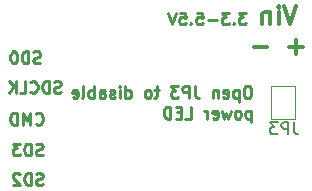
<source format=gbr>
G04 #@! TF.GenerationSoftware,KiCad,Pcbnew,5.0.2-bee76a0~70~ubuntu16.04.1*
G04 #@! TF.CreationDate,2019-08-20T13:37:51-04:00*
G04 #@! TF.ProjectId,ESP32-Zip,45535033-322d-45a6-9970-2e6b69636164,rev?*
G04 #@! TF.SameCoordinates,Original*
G04 #@! TF.FileFunction,Legend,Bot*
G04 #@! TF.FilePolarity,Positive*
%FSLAX46Y46*%
G04 Gerber Fmt 4.6, Leading zero omitted, Abs format (unit mm)*
G04 Created by KiCad (PCBNEW 5.0.2-bee76a0~70~ubuntu16.04.1) date mar. 20 août 2019 13:37:51 EDT*
%MOMM*%
%LPD*%
G01*
G04 APERTURE LIST*
%ADD10C,0.250000*%
%ADD11C,0.300000*%
%ADD12C,0.120000*%
%ADD13C,0.150000*%
G04 APERTURE END LIST*
D10*
X88061904Y-74004761D02*
X87919047Y-74052380D01*
X87680952Y-74052380D01*
X87585714Y-74004761D01*
X87538095Y-73957142D01*
X87490476Y-73861904D01*
X87490476Y-73766666D01*
X87538095Y-73671428D01*
X87585714Y-73623809D01*
X87680952Y-73576190D01*
X87871428Y-73528571D01*
X87966666Y-73480952D01*
X88014285Y-73433333D01*
X88061904Y-73338095D01*
X88061904Y-73242857D01*
X88014285Y-73147619D01*
X87966666Y-73100000D01*
X87871428Y-73052380D01*
X87633333Y-73052380D01*
X87490476Y-73100000D01*
X87061904Y-74052380D02*
X87061904Y-73052380D01*
X86823809Y-73052380D01*
X86680952Y-73100000D01*
X86585714Y-73195238D01*
X86538095Y-73290476D01*
X86490476Y-73480952D01*
X86490476Y-73623809D01*
X86538095Y-73814285D01*
X86585714Y-73909523D01*
X86680952Y-74004761D01*
X86823809Y-74052380D01*
X87061904Y-74052380D01*
X86109523Y-73147619D02*
X86061904Y-73100000D01*
X85966666Y-73052380D01*
X85728571Y-73052380D01*
X85633333Y-73100000D01*
X85585714Y-73147619D01*
X85538095Y-73242857D01*
X85538095Y-73338095D01*
X85585714Y-73480952D01*
X86157142Y-74052380D01*
X85538095Y-74052380D01*
X88061904Y-71504761D02*
X87919047Y-71552380D01*
X87680952Y-71552380D01*
X87585714Y-71504761D01*
X87538095Y-71457142D01*
X87490476Y-71361904D01*
X87490476Y-71266666D01*
X87538095Y-71171428D01*
X87585714Y-71123809D01*
X87680952Y-71076190D01*
X87871428Y-71028571D01*
X87966666Y-70980952D01*
X88014285Y-70933333D01*
X88061904Y-70838095D01*
X88061904Y-70742857D01*
X88014285Y-70647619D01*
X87966666Y-70600000D01*
X87871428Y-70552380D01*
X87633333Y-70552380D01*
X87490476Y-70600000D01*
X87061904Y-71552380D02*
X87061904Y-70552380D01*
X86823809Y-70552380D01*
X86680952Y-70600000D01*
X86585714Y-70695238D01*
X86538095Y-70790476D01*
X86490476Y-70980952D01*
X86490476Y-71123809D01*
X86538095Y-71314285D01*
X86585714Y-71409523D01*
X86680952Y-71504761D01*
X86823809Y-71552380D01*
X87061904Y-71552380D01*
X86157142Y-70552380D02*
X85538095Y-70552380D01*
X85871428Y-70933333D01*
X85728571Y-70933333D01*
X85633333Y-70980952D01*
X85585714Y-71028571D01*
X85538095Y-71123809D01*
X85538095Y-71361904D01*
X85585714Y-71457142D01*
X85633333Y-71504761D01*
X85728571Y-71552380D01*
X86014285Y-71552380D01*
X86109523Y-71504761D01*
X86157142Y-71457142D01*
X87461904Y-68857142D02*
X87509523Y-68904761D01*
X87652380Y-68952380D01*
X87747619Y-68952380D01*
X87890476Y-68904761D01*
X87985714Y-68809523D01*
X88033333Y-68714285D01*
X88080952Y-68523809D01*
X88080952Y-68380952D01*
X88033333Y-68190476D01*
X87985714Y-68095238D01*
X87890476Y-68000000D01*
X87747619Y-67952380D01*
X87652380Y-67952380D01*
X87509523Y-68000000D01*
X87461904Y-68047619D01*
X87033333Y-68952380D02*
X87033333Y-67952380D01*
X86700000Y-68666666D01*
X86366666Y-67952380D01*
X86366666Y-68952380D01*
X85890476Y-68952380D02*
X85890476Y-67952380D01*
X85652380Y-67952380D01*
X85509523Y-68000000D01*
X85414285Y-68095238D01*
X85366666Y-68190476D01*
X85319047Y-68380952D01*
X85319047Y-68523809D01*
X85366666Y-68714285D01*
X85414285Y-68809523D01*
X85509523Y-68904761D01*
X85652380Y-68952380D01*
X85890476Y-68952380D01*
X89590476Y-66204761D02*
X89447619Y-66252380D01*
X89209523Y-66252380D01*
X89114285Y-66204761D01*
X89066666Y-66157142D01*
X89019047Y-66061904D01*
X89019047Y-65966666D01*
X89066666Y-65871428D01*
X89114285Y-65823809D01*
X89209523Y-65776190D01*
X89400000Y-65728571D01*
X89495238Y-65680952D01*
X89542857Y-65633333D01*
X89590476Y-65538095D01*
X89590476Y-65442857D01*
X89542857Y-65347619D01*
X89495238Y-65300000D01*
X89400000Y-65252380D01*
X89161904Y-65252380D01*
X89019047Y-65300000D01*
X88590476Y-66252380D02*
X88590476Y-65252380D01*
X88352380Y-65252380D01*
X88209523Y-65300000D01*
X88114285Y-65395238D01*
X88066666Y-65490476D01*
X88019047Y-65680952D01*
X88019047Y-65823809D01*
X88066666Y-66014285D01*
X88114285Y-66109523D01*
X88209523Y-66204761D01*
X88352380Y-66252380D01*
X88590476Y-66252380D01*
X87019047Y-66157142D02*
X87066666Y-66204761D01*
X87209523Y-66252380D01*
X87304761Y-66252380D01*
X87447619Y-66204761D01*
X87542857Y-66109523D01*
X87590476Y-66014285D01*
X87638095Y-65823809D01*
X87638095Y-65680952D01*
X87590476Y-65490476D01*
X87542857Y-65395238D01*
X87447619Y-65300000D01*
X87304761Y-65252380D01*
X87209523Y-65252380D01*
X87066666Y-65300000D01*
X87019047Y-65347619D01*
X86114285Y-66252380D02*
X86590476Y-66252380D01*
X86590476Y-65252380D01*
X85780952Y-66252380D02*
X85780952Y-65252380D01*
X85209523Y-66252380D02*
X85638095Y-65680952D01*
X85209523Y-65252380D02*
X85780952Y-65823809D01*
X87861904Y-63704761D02*
X87719047Y-63752380D01*
X87480952Y-63752380D01*
X87385714Y-63704761D01*
X87338095Y-63657142D01*
X87290476Y-63561904D01*
X87290476Y-63466666D01*
X87338095Y-63371428D01*
X87385714Y-63323809D01*
X87480952Y-63276190D01*
X87671428Y-63228571D01*
X87766666Y-63180952D01*
X87814285Y-63133333D01*
X87861904Y-63038095D01*
X87861904Y-62942857D01*
X87814285Y-62847619D01*
X87766666Y-62800000D01*
X87671428Y-62752380D01*
X87433333Y-62752380D01*
X87290476Y-62800000D01*
X86861904Y-63752380D02*
X86861904Y-62752380D01*
X86623809Y-62752380D01*
X86480952Y-62800000D01*
X86385714Y-62895238D01*
X86338095Y-62990476D01*
X86290476Y-63180952D01*
X86290476Y-63323809D01*
X86338095Y-63514285D01*
X86385714Y-63609523D01*
X86480952Y-63704761D01*
X86623809Y-63752380D01*
X86861904Y-63752380D01*
X85671428Y-62752380D02*
X85576190Y-62752380D01*
X85480952Y-62800000D01*
X85433333Y-62847619D01*
X85385714Y-62942857D01*
X85338095Y-63133333D01*
X85338095Y-63371428D01*
X85385714Y-63561904D01*
X85433333Y-63657142D01*
X85480952Y-63704761D01*
X85576190Y-63752380D01*
X85671428Y-63752380D01*
X85766666Y-63704761D01*
X85814285Y-63657142D01*
X85861904Y-63561904D01*
X85909523Y-63371428D01*
X85909523Y-63133333D01*
X85861904Y-62942857D01*
X85814285Y-62847619D01*
X85766666Y-62800000D01*
X85671428Y-62752380D01*
X105508928Y-65677380D02*
X105318452Y-65677380D01*
X105223214Y-65725000D01*
X105127976Y-65820238D01*
X105080357Y-66010714D01*
X105080357Y-66344047D01*
X105127976Y-66534523D01*
X105223214Y-66629761D01*
X105318452Y-66677380D01*
X105508928Y-66677380D01*
X105604166Y-66629761D01*
X105699404Y-66534523D01*
X105747023Y-66344047D01*
X105747023Y-66010714D01*
X105699404Y-65820238D01*
X105604166Y-65725000D01*
X105508928Y-65677380D01*
X104651785Y-66010714D02*
X104651785Y-67010714D01*
X104651785Y-66058333D02*
X104556547Y-66010714D01*
X104366071Y-66010714D01*
X104270833Y-66058333D01*
X104223214Y-66105952D01*
X104175595Y-66201190D01*
X104175595Y-66486904D01*
X104223214Y-66582142D01*
X104270833Y-66629761D01*
X104366071Y-66677380D01*
X104556547Y-66677380D01*
X104651785Y-66629761D01*
X103366071Y-66629761D02*
X103461309Y-66677380D01*
X103651785Y-66677380D01*
X103747023Y-66629761D01*
X103794642Y-66534523D01*
X103794642Y-66153571D01*
X103747023Y-66058333D01*
X103651785Y-66010714D01*
X103461309Y-66010714D01*
X103366071Y-66058333D01*
X103318452Y-66153571D01*
X103318452Y-66248809D01*
X103794642Y-66344047D01*
X102889880Y-66010714D02*
X102889880Y-66677380D01*
X102889880Y-66105952D02*
X102842261Y-66058333D01*
X102747023Y-66010714D01*
X102604166Y-66010714D01*
X102508928Y-66058333D01*
X102461309Y-66153571D01*
X102461309Y-66677380D01*
X100937500Y-65677380D02*
X100937500Y-66391666D01*
X100985119Y-66534523D01*
X101080357Y-66629761D01*
X101223214Y-66677380D01*
X101318452Y-66677380D01*
X100461309Y-66677380D02*
X100461309Y-65677380D01*
X100080357Y-65677380D01*
X99985119Y-65725000D01*
X99937500Y-65772619D01*
X99889880Y-65867857D01*
X99889880Y-66010714D01*
X99937500Y-66105952D01*
X99985119Y-66153571D01*
X100080357Y-66201190D01*
X100461309Y-66201190D01*
X99556547Y-65677380D02*
X98937500Y-65677380D01*
X99270833Y-66058333D01*
X99127976Y-66058333D01*
X99032738Y-66105952D01*
X98985119Y-66153571D01*
X98937500Y-66248809D01*
X98937500Y-66486904D01*
X98985119Y-66582142D01*
X99032738Y-66629761D01*
X99127976Y-66677380D01*
X99413690Y-66677380D01*
X99508928Y-66629761D01*
X99556547Y-66582142D01*
X97889880Y-66010714D02*
X97508928Y-66010714D01*
X97747023Y-65677380D02*
X97747023Y-66534523D01*
X97699404Y-66629761D01*
X97604166Y-66677380D01*
X97508928Y-66677380D01*
X97032738Y-66677380D02*
X97127976Y-66629761D01*
X97175595Y-66582142D01*
X97223214Y-66486904D01*
X97223214Y-66201190D01*
X97175595Y-66105952D01*
X97127976Y-66058333D01*
X97032738Y-66010714D01*
X96889880Y-66010714D01*
X96794642Y-66058333D01*
X96747023Y-66105952D01*
X96699404Y-66201190D01*
X96699404Y-66486904D01*
X96747023Y-66582142D01*
X96794642Y-66629761D01*
X96889880Y-66677380D01*
X97032738Y-66677380D01*
X95080357Y-66677380D02*
X95080357Y-65677380D01*
X95080357Y-66629761D02*
X95175595Y-66677380D01*
X95366071Y-66677380D01*
X95461309Y-66629761D01*
X95508928Y-66582142D01*
X95556547Y-66486904D01*
X95556547Y-66201190D01*
X95508928Y-66105952D01*
X95461309Y-66058333D01*
X95366071Y-66010714D01*
X95175595Y-66010714D01*
X95080357Y-66058333D01*
X94604166Y-66677380D02*
X94604166Y-66010714D01*
X94604166Y-65677380D02*
X94651785Y-65725000D01*
X94604166Y-65772619D01*
X94556547Y-65725000D01*
X94604166Y-65677380D01*
X94604166Y-65772619D01*
X94175595Y-66629761D02*
X94080357Y-66677380D01*
X93889880Y-66677380D01*
X93794642Y-66629761D01*
X93747023Y-66534523D01*
X93747023Y-66486904D01*
X93794642Y-66391666D01*
X93889880Y-66344047D01*
X94032738Y-66344047D01*
X94127976Y-66296428D01*
X94175595Y-66201190D01*
X94175595Y-66153571D01*
X94127976Y-66058333D01*
X94032738Y-66010714D01*
X93889880Y-66010714D01*
X93794642Y-66058333D01*
X92889880Y-66677380D02*
X92889880Y-66153571D01*
X92937500Y-66058333D01*
X93032738Y-66010714D01*
X93223214Y-66010714D01*
X93318452Y-66058333D01*
X92889880Y-66629761D02*
X92985119Y-66677380D01*
X93223214Y-66677380D01*
X93318452Y-66629761D01*
X93366071Y-66534523D01*
X93366071Y-66439285D01*
X93318452Y-66344047D01*
X93223214Y-66296428D01*
X92985119Y-66296428D01*
X92889880Y-66248809D01*
X92413690Y-66677380D02*
X92413690Y-65677380D01*
X92413690Y-66058333D02*
X92318452Y-66010714D01*
X92127976Y-66010714D01*
X92032738Y-66058333D01*
X91985119Y-66105952D01*
X91937500Y-66201190D01*
X91937500Y-66486904D01*
X91985119Y-66582142D01*
X92032738Y-66629761D01*
X92127976Y-66677380D01*
X92318452Y-66677380D01*
X92413690Y-66629761D01*
X91366071Y-66677380D02*
X91461309Y-66629761D01*
X91508928Y-66534523D01*
X91508928Y-65677380D01*
X90604166Y-66629761D02*
X90699404Y-66677380D01*
X90889880Y-66677380D01*
X90985119Y-66629761D01*
X91032738Y-66534523D01*
X91032738Y-66153571D01*
X90985119Y-66058333D01*
X90889880Y-66010714D01*
X90699404Y-66010714D01*
X90604166Y-66058333D01*
X90556547Y-66153571D01*
X90556547Y-66248809D01*
X91032738Y-66344047D01*
X105699404Y-67760714D02*
X105699404Y-68760714D01*
X105699404Y-67808333D02*
X105604166Y-67760714D01*
X105413690Y-67760714D01*
X105318452Y-67808333D01*
X105270833Y-67855952D01*
X105223214Y-67951190D01*
X105223214Y-68236904D01*
X105270833Y-68332142D01*
X105318452Y-68379761D01*
X105413690Y-68427380D01*
X105604166Y-68427380D01*
X105699404Y-68379761D01*
X104651785Y-68427380D02*
X104747023Y-68379761D01*
X104794642Y-68332142D01*
X104842261Y-68236904D01*
X104842261Y-67951190D01*
X104794642Y-67855952D01*
X104747023Y-67808333D01*
X104651785Y-67760714D01*
X104508928Y-67760714D01*
X104413690Y-67808333D01*
X104366071Y-67855952D01*
X104318452Y-67951190D01*
X104318452Y-68236904D01*
X104366071Y-68332142D01*
X104413690Y-68379761D01*
X104508928Y-68427380D01*
X104651785Y-68427380D01*
X103985119Y-67760714D02*
X103794642Y-68427380D01*
X103604166Y-67951190D01*
X103413690Y-68427380D01*
X103223214Y-67760714D01*
X102461309Y-68379761D02*
X102556547Y-68427380D01*
X102747023Y-68427380D01*
X102842261Y-68379761D01*
X102889880Y-68284523D01*
X102889880Y-67903571D01*
X102842261Y-67808333D01*
X102747023Y-67760714D01*
X102556547Y-67760714D01*
X102461309Y-67808333D01*
X102413690Y-67903571D01*
X102413690Y-67998809D01*
X102889880Y-68094047D01*
X101985119Y-68427380D02*
X101985119Y-67760714D01*
X101985119Y-67951190D02*
X101937500Y-67855952D01*
X101889880Y-67808333D01*
X101794642Y-67760714D01*
X101699404Y-67760714D01*
X100127976Y-68427380D02*
X100604166Y-68427380D01*
X100604166Y-67427380D01*
X99794642Y-67903571D02*
X99461309Y-67903571D01*
X99318452Y-68427380D02*
X99794642Y-68427380D01*
X99794642Y-67427380D01*
X99318452Y-67427380D01*
X98889880Y-68427380D02*
X98889880Y-67427380D01*
X98651785Y-67427380D01*
X98508928Y-67475000D01*
X98413690Y-67570238D01*
X98366071Y-67665476D01*
X98318452Y-67855952D01*
X98318452Y-67998809D01*
X98366071Y-68189285D01*
X98413690Y-68284523D01*
X98508928Y-68379761D01*
X98651785Y-68427380D01*
X98889880Y-68427380D01*
X105285714Y-59452380D02*
X104666666Y-59452380D01*
X105000000Y-59833333D01*
X104857142Y-59833333D01*
X104761904Y-59880952D01*
X104714285Y-59928571D01*
X104666666Y-60023809D01*
X104666666Y-60261904D01*
X104714285Y-60357142D01*
X104761904Y-60404761D01*
X104857142Y-60452380D01*
X105142857Y-60452380D01*
X105238095Y-60404761D01*
X105285714Y-60357142D01*
X104238095Y-60357142D02*
X104190476Y-60404761D01*
X104238095Y-60452380D01*
X104285714Y-60404761D01*
X104238095Y-60357142D01*
X104238095Y-60452380D01*
X103857142Y-59452380D02*
X103238095Y-59452380D01*
X103571428Y-59833333D01*
X103428571Y-59833333D01*
X103333333Y-59880952D01*
X103285714Y-59928571D01*
X103238095Y-60023809D01*
X103238095Y-60261904D01*
X103285714Y-60357142D01*
X103333333Y-60404761D01*
X103428571Y-60452380D01*
X103714285Y-60452380D01*
X103809523Y-60404761D01*
X103857142Y-60357142D01*
X102809523Y-60071428D02*
X102047619Y-60071428D01*
X101095238Y-59452380D02*
X101571428Y-59452380D01*
X101619047Y-59928571D01*
X101571428Y-59880952D01*
X101476190Y-59833333D01*
X101238095Y-59833333D01*
X101142857Y-59880952D01*
X101095238Y-59928571D01*
X101047619Y-60023809D01*
X101047619Y-60261904D01*
X101095238Y-60357142D01*
X101142857Y-60404761D01*
X101238095Y-60452380D01*
X101476190Y-60452380D01*
X101571428Y-60404761D01*
X101619047Y-60357142D01*
X100619047Y-60357142D02*
X100571428Y-60404761D01*
X100619047Y-60452380D01*
X100666666Y-60404761D01*
X100619047Y-60357142D01*
X100619047Y-60452380D01*
X99666666Y-59452380D02*
X100142857Y-59452380D01*
X100190476Y-59928571D01*
X100142857Y-59880952D01*
X100047619Y-59833333D01*
X99809523Y-59833333D01*
X99714285Y-59880952D01*
X99666666Y-59928571D01*
X99619047Y-60023809D01*
X99619047Y-60261904D01*
X99666666Y-60357142D01*
X99714285Y-60404761D01*
X99809523Y-60452380D01*
X100047619Y-60452380D01*
X100142857Y-60404761D01*
X100190476Y-60357142D01*
X99333333Y-59452380D02*
X99000000Y-60452380D01*
X98666666Y-59452380D01*
D11*
X109535714Y-58903571D02*
X109035714Y-60403571D01*
X108535714Y-58903571D01*
X108035714Y-60403571D02*
X108035714Y-59403571D01*
X108035714Y-58903571D02*
X108107142Y-58975000D01*
X108035714Y-59046428D01*
X107964285Y-58975000D01*
X108035714Y-58903571D01*
X108035714Y-59046428D01*
X107321428Y-59403571D02*
X107321428Y-60403571D01*
X107321428Y-59546428D02*
X107250000Y-59475000D01*
X107107142Y-59403571D01*
X106892857Y-59403571D01*
X106750000Y-59475000D01*
X106678571Y-59617857D01*
X106678571Y-60403571D01*
X110071428Y-62382142D02*
X108928571Y-62382142D01*
X109500000Y-62953571D02*
X109500000Y-61810714D01*
X107071428Y-62382142D02*
X105928571Y-62382142D01*
D12*
G04 #@! TO.C,JP3*
X107400000Y-68500000D02*
X109400000Y-68500000D01*
X107400000Y-65700000D02*
X107400000Y-68500000D01*
X109400000Y-65700000D02*
X107400000Y-65700000D01*
X109400000Y-68500000D02*
X109400000Y-65700000D01*
D13*
X109333333Y-68752380D02*
X109333333Y-69466666D01*
X109380952Y-69609523D01*
X109476190Y-69704761D01*
X109619047Y-69752380D01*
X109714285Y-69752380D01*
X108857142Y-69752380D02*
X108857142Y-68752380D01*
X108476190Y-68752380D01*
X108380952Y-68800000D01*
X108333333Y-68847619D01*
X108285714Y-68942857D01*
X108285714Y-69085714D01*
X108333333Y-69180952D01*
X108380952Y-69228571D01*
X108476190Y-69276190D01*
X108857142Y-69276190D01*
X107952380Y-68752380D02*
X107333333Y-68752380D01*
X107666666Y-69133333D01*
X107523809Y-69133333D01*
X107428571Y-69180952D01*
X107380952Y-69228571D01*
X107333333Y-69323809D01*
X107333333Y-69561904D01*
X107380952Y-69657142D01*
X107428571Y-69704761D01*
X107523809Y-69752380D01*
X107809523Y-69752380D01*
X107904761Y-69704761D01*
X107952380Y-69657142D01*
G04 #@! TD*
M02*

</source>
